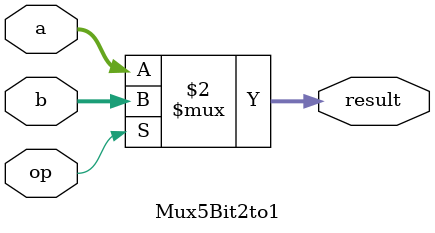
<source format=v>
/* 	Created by Mark Brown
	Group: Andre Bell and Mark Brown
	Date: 15/11/2017
	Description:
		Design (A) a 16 to 32 bit sign extension unit, (B) 2 input 32-bit MUX, and (C) 2 input 5-bit MUX.	
*/

//Function to extend the sign of a 16bit input to 32bit result
module SignExtension(a, result);
input[15:0] a; //16 bit input
output[31:0] result; //32-bit output

reg[31:0] result;


//this takes the first 16 bits and adds them to result but then extends the
//  last bit a[15] and extends it 16 times to make the result 32bits.
always @(*)
	begin
		result[31:0] <= { {16{a[15]}}, a[15:0] };
	end
endmodule

//32bit 2 to 1 function that simulates a MUX selection between two inputs of 32bits
module Mux32Bit2to1(a, b, op, result);
input[31:0] a, b; //32-bit inputs
input op; 		   //one-bit selection input
output[31:0] result; //32-bit output

reg[31:0] result;

//Takes in the op selection with '0' returning 'b', and '1' returning 'a'
always @(*)
	begin
		result = (op) ? b : a; //test this - assign didn't work correctly last verilog homework
	end
endmodule

//5bit 2 to 1 function that simulates a MUX selection between two inputs of 5bits
module Mux5Bit2to1(a, b, op, result);
input[4:0] a, b; //5bit inputs
input op; //1bit selection input
output[4:0] result; //5bit result

reg[4:0] result;

//Takes in the op selection with '0' returning 'b', and '1' returning 'a'
//  100% the same as above 32bit MUX but for 5bits
always @(*)
	begin
		result = (op) ? b : a;
	end
endmodule
</source>
